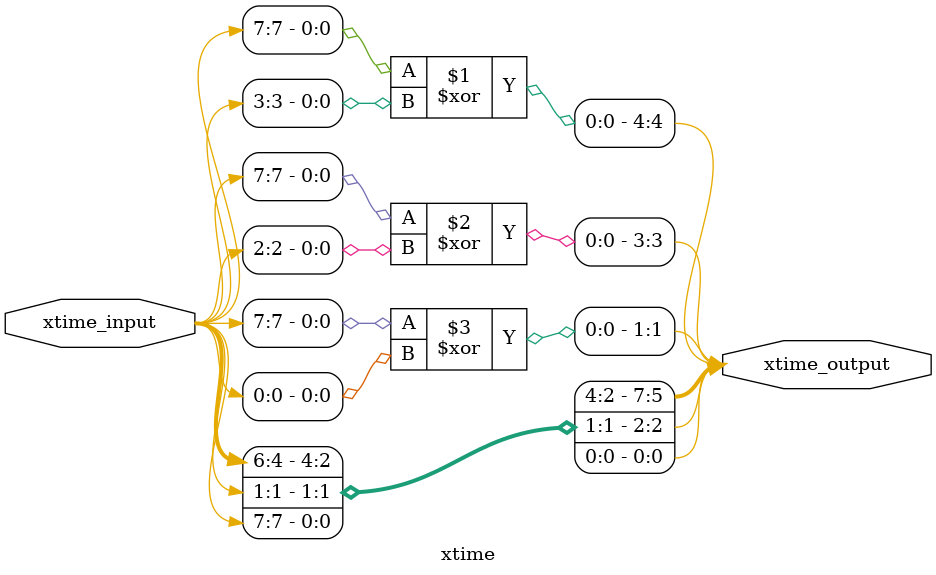
<source format=v>

  `timescale 1ns/1ps
module xtime(
	input	[7:0]	xtime_input,
	output	[7:0]	xtime_output
);
/*
wire	outvar7, outvar6, outvar5, outvar4, outvar3, outvar2, outvar1, outvar0;

assign	outvar7	=	xtime_input[6];
assign	outvar6	=	xtime_input[5];
assign	outvar5	=	xtime_input[4];
assign	outvar4	=	xtime_input[7] ^ xtime_input[3];
assign	outvar3	=	xtime_input[7] ^ xtime_input[2];
assign	outvar2	=	xtime_input[1];
assign	outvar1	=	xtime_input[7] ^ xtime_input[0];
assign	outvar0	=	xtime_input[7];	

assign	xtime_output	=	{outvar7, outvar6, outvar5, outvar4, outvar3, outvar2, outvar1, outvar0};
*/

assign	xtime_output[7]	=	xtime_input[6];
assign	xtime_output[6]	=	xtime_input[5];
assign	xtime_output[5]	=	xtime_input[4];
assign	xtime_output[4]	=	xtime_input[7] ^ xtime_input[3];
assign	xtime_output[3]	=	xtime_input[7] ^ xtime_input[2];
assign	xtime_output[2]	=	xtime_input[1];
assign	xtime_output[1]	=	xtime_input[7] ^ xtime_input[0];
assign	xtime_output[0]	=	xtime_input[7];	

endmodule

</source>
